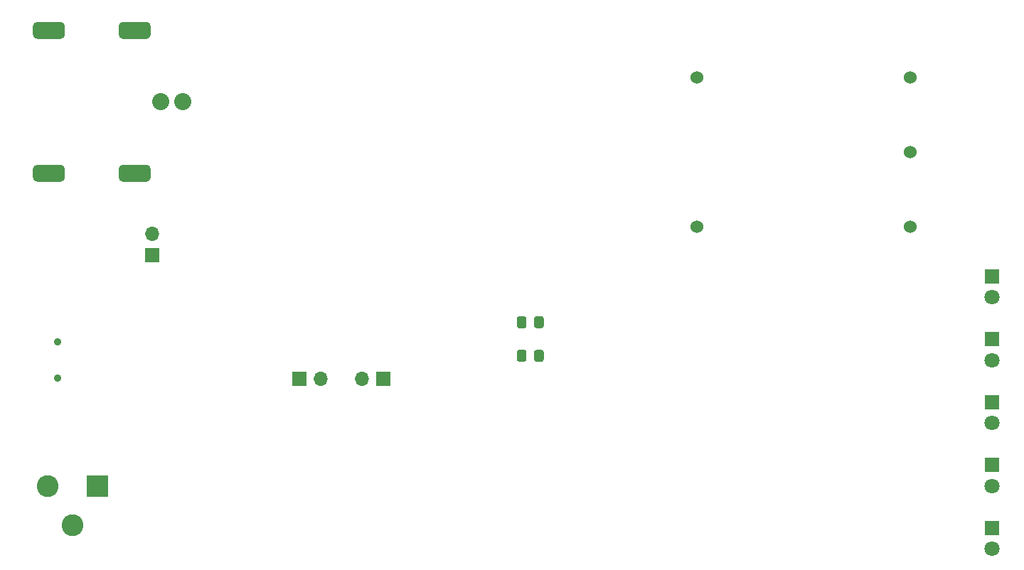
<source format=gbr>
%TF.GenerationSoftware,KiCad,Pcbnew,(5.1.9)-1*%
%TF.CreationDate,2021-11-11T08:41:06-06:00*%
%TF.ProjectId,simple-gpsdo,73696d70-6c65-42d6-9770-73646f2e6b69,E*%
%TF.SameCoordinates,Original*%
%TF.FileFunction,Soldermask,Bot*%
%TF.FilePolarity,Negative*%
%FSLAX46Y46*%
G04 Gerber Fmt 4.6, Leading zero omitted, Abs format (unit mm)*
G04 Created by KiCad (PCBNEW (5.1.9)-1) date 2021-11-11 08:41:06*
%MOMM*%
%LPD*%
G01*
G04 APERTURE LIST*
%ADD10C,1.524000*%
%ADD11R,2.600000X2.600000*%
%ADD12C,2.600000*%
%ADD13C,2.032000*%
%ADD14R,1.700000X1.700000*%
%ADD15O,1.700000X1.700000*%
%ADD16C,0.900000*%
%ADD17R,1.800000X1.800000*%
%ADD18C,1.800000*%
G04 APERTURE END LIST*
D10*
%TO.C,Y2*%
X180200000Y-106640000D03*
X180200000Y-97750000D03*
X180200000Y-88860000D03*
X154800000Y-88860000D03*
X154800000Y-106640000D03*
%TD*%
%TO.C,C4*%
G36*
G01*
X136600000Y-121549999D02*
X136600000Y-122450001D01*
G75*
G02*
X136350001Y-122700000I-249999J0D01*
G01*
X135699999Y-122700000D01*
G75*
G02*
X135450000Y-122450001I0J249999D01*
G01*
X135450000Y-121549999D01*
G75*
G02*
X135699999Y-121300000I249999J0D01*
G01*
X136350001Y-121300000D01*
G75*
G02*
X136600000Y-121549999I0J-249999D01*
G01*
G37*
G36*
G01*
X134550000Y-121549999D02*
X134550000Y-122450001D01*
G75*
G02*
X134300001Y-122700000I-249999J0D01*
G01*
X133649999Y-122700000D01*
G75*
G02*
X133400000Y-122450001I0J249999D01*
G01*
X133400000Y-121549999D01*
G75*
G02*
X133649999Y-121300000I249999J0D01*
G01*
X134300001Y-121300000D01*
G75*
G02*
X134550000Y-121549999I0J-249999D01*
G01*
G37*
%TD*%
%TO.C,C6*%
G36*
G01*
X135450000Y-118450001D02*
X135450000Y-117549999D01*
G75*
G02*
X135699999Y-117300000I249999J0D01*
G01*
X136350001Y-117300000D01*
G75*
G02*
X136600000Y-117549999I0J-249999D01*
G01*
X136600000Y-118450001D01*
G75*
G02*
X136350001Y-118700000I-249999J0D01*
G01*
X135699999Y-118700000D01*
G75*
G02*
X135450000Y-118450001I0J249999D01*
G01*
G37*
G36*
G01*
X133400000Y-118450001D02*
X133400000Y-117549999D01*
G75*
G02*
X133649999Y-117300000I249999J0D01*
G01*
X134300001Y-117300000D01*
G75*
G02*
X134550000Y-117549999I0J-249999D01*
G01*
X134550000Y-118450001D01*
G75*
G02*
X134300001Y-118700000I-249999J0D01*
G01*
X133649999Y-118700000D01*
G75*
G02*
X133400000Y-118450001I0J249999D01*
G01*
G37*
%TD*%
D11*
%TO.C,J2*%
X83500000Y-137500000D03*
D12*
X77500000Y-137500000D03*
X80500000Y-142200000D03*
%TD*%
D13*
%TO.C,J8*%
X91000000Y-91750000D03*
X93590800Y-91750000D03*
G36*
G01*
X86504200Y-99243000D02*
X89298200Y-99243000D01*
G75*
G02*
X89806200Y-99751000I0J-508000D01*
G01*
X89806200Y-100767000D01*
G75*
G02*
X89298200Y-101275000I-508000J0D01*
G01*
X86504200Y-101275000D01*
G75*
G02*
X85996200Y-100767000I0J508000D01*
G01*
X85996200Y-99751000D01*
G75*
G02*
X86504200Y-99243000I508000J0D01*
G01*
G37*
G36*
G01*
X86504200Y-82225000D02*
X89298200Y-82225000D01*
G75*
G02*
X89806200Y-82733000I0J-508000D01*
G01*
X89806200Y-83749000D01*
G75*
G02*
X89298200Y-84257000I-508000J0D01*
G01*
X86504200Y-84257000D01*
G75*
G02*
X85996200Y-83749000I0J508000D01*
G01*
X85996200Y-82733000D01*
G75*
G02*
X86504200Y-82225000I508000J0D01*
G01*
G37*
G36*
G01*
X76293400Y-99243000D02*
X79087400Y-99243000D01*
G75*
G02*
X79595400Y-99751000I0J-508000D01*
G01*
X79595400Y-100767000D01*
G75*
G02*
X79087400Y-101275000I-508000J0D01*
G01*
X76293400Y-101275000D01*
G75*
G02*
X75785400Y-100767000I0J508000D01*
G01*
X75785400Y-99751000D01*
G75*
G02*
X76293400Y-99243000I508000J0D01*
G01*
G37*
G36*
G01*
X76293400Y-82225000D02*
X79087400Y-82225000D01*
G75*
G02*
X79595400Y-82733000I0J-508000D01*
G01*
X79595400Y-83749000D01*
G75*
G02*
X79087400Y-84257000I-508000J0D01*
G01*
X76293400Y-84257000D01*
G75*
G02*
X75785400Y-83749000I0J508000D01*
G01*
X75785400Y-82733000D01*
G75*
G02*
X76293400Y-82225000I508000J0D01*
G01*
G37*
%TD*%
D14*
%TO.C,JP2*%
X117500000Y-124750000D03*
D15*
X114960000Y-124750000D03*
%TD*%
D14*
%TO.C,J1*%
X90000000Y-110000000D03*
D15*
X90000000Y-107460000D03*
%TD*%
D16*
%TO.C,J6*%
X78750000Y-120300000D03*
X78750000Y-124700000D03*
%TD*%
D14*
%TO.C,SW1*%
X107500000Y-124750000D03*
D15*
X110040000Y-124750000D03*
%TD*%
D17*
%TO.C,D2*%
X190000000Y-135000000D03*
D18*
X190000000Y-137500000D03*
%TD*%
%TO.C,D3*%
X190000000Y-122500000D03*
D17*
X190000000Y-120000000D03*
%TD*%
D18*
%TO.C,D4*%
X190000000Y-145000000D03*
D17*
X190000000Y-142500000D03*
%TD*%
%TO.C,D5*%
X190000000Y-127500000D03*
D18*
X190000000Y-130000000D03*
%TD*%
D17*
%TO.C,D6*%
X190000000Y-112540000D03*
D18*
X190000000Y-115040000D03*
%TD*%
M02*

</source>
